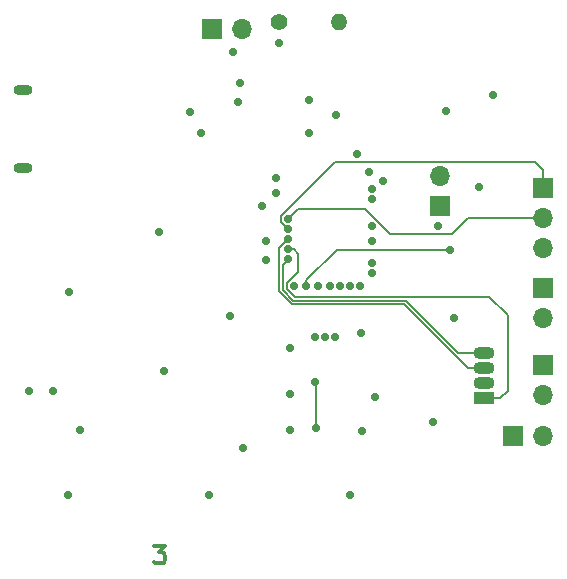
<source format=gbr>
G04 #@! TF.FileFunction,Copper,L3,Inr,Signal*
%FSLAX46Y46*%
G04 Gerber Fmt 4.6, Leading zero omitted, Abs format (unit mm)*
G04 Created by KiCad (PCBNEW 4.0.6) date 03/11/18 13:26:33*
%MOMM*%
%LPD*%
G01*
G04 APERTURE LIST*
%ADD10C,0.100000*%
%ADD11C,0.300000*%
%ADD12R,1.700000X1.700000*%
%ADD13O,1.700000X1.700000*%
%ADD14R,1.800000X1.070000*%
%ADD15O,1.800000X1.070000*%
%ADD16O,1.600000X0.900000*%
%ADD17C,1.400000*%
%ADD18O,1.400000X1.400000*%
%ADD19C,0.700000*%
%ADD20C,0.152400*%
G04 APERTURE END LIST*
D10*
D11*
X79600001Y-104778571D02*
X80528572Y-104778571D01*
X80028572Y-105350000D01*
X80242858Y-105350000D01*
X80385715Y-105421429D01*
X80457144Y-105492857D01*
X80528572Y-105635714D01*
X80528572Y-105992857D01*
X80457144Y-106135714D01*
X80385715Y-106207143D01*
X80242858Y-106278571D01*
X79814286Y-106278571D01*
X79671429Y-106207143D01*
X79600001Y-106135714D01*
D12*
X84500000Y-61000000D03*
D13*
X87040000Y-61000000D03*
D14*
X107500000Y-92270000D03*
D15*
X107500000Y-91000000D03*
X107500000Y-89730000D03*
X107500000Y-88460000D03*
D12*
X112500000Y-83000000D03*
D13*
X112500000Y-85540000D03*
D12*
X112500000Y-89460000D03*
D13*
X112500000Y-92000000D03*
D12*
X110000000Y-95500000D03*
D13*
X112540000Y-95500000D03*
D16*
X68475000Y-66200000D03*
X68475000Y-72800000D03*
D12*
X103800000Y-76040000D03*
D13*
X103800000Y-73500000D03*
D12*
X112500000Y-74500000D03*
D13*
X112500000Y-77040000D03*
X112500000Y-79580000D03*
D17*
X90150000Y-60400000D03*
D18*
X95230000Y-60400000D03*
D19*
X92710000Y-67056000D03*
X92710000Y-69850000D03*
X83566000Y-69850000D03*
X86225000Y-63000000D03*
X82625000Y-68075000D03*
X80400000Y-89950000D03*
X91050000Y-95000000D03*
X89916000Y-74930000D03*
X89916000Y-73660000D03*
X96200000Y-100500000D03*
X84200000Y-100500000D03*
X72300000Y-100500000D03*
X71000000Y-91700000D03*
X69000000Y-91700000D03*
X86029602Y-85368580D03*
X91100000Y-91900000D03*
X91100000Y-88000000D03*
X97100000Y-86800000D03*
X103200000Y-94300000D03*
X105000000Y-85500000D03*
X107100000Y-74400000D03*
X104300000Y-68000000D03*
X108300000Y-66600000D03*
X90932000Y-77960791D03*
X97200000Y-95050000D03*
X91440000Y-82804000D03*
X97810000Y-73180000D03*
X73290000Y-94950000D03*
X87110000Y-96520000D03*
X98950000Y-73920000D03*
X90932000Y-79665597D03*
X90932000Y-78813194D03*
X90932000Y-80518000D03*
X72390000Y-83312000D03*
X80010000Y-78232000D03*
X89075000Y-79000000D03*
X103632000Y-77724000D03*
X98044000Y-77724000D03*
X89080000Y-80620000D03*
X98044000Y-78994000D03*
X90125000Y-62175000D03*
X86875000Y-65600000D03*
X96774000Y-71628000D03*
X97028000Y-82804000D03*
X88700000Y-76025000D03*
X93472000Y-82804000D03*
X94996000Y-68326000D03*
X98044000Y-74585597D03*
X93250000Y-94850000D03*
X93218000Y-90932000D03*
X94470791Y-82804000D03*
X93218000Y-87122000D03*
X95323194Y-82804000D03*
X98044000Y-75438000D03*
X86673768Y-67173031D03*
X104625000Y-79700000D03*
X92456000Y-82804000D03*
X94070403Y-87122000D03*
X96175597Y-82804000D03*
X98300000Y-92150000D03*
X98044000Y-81714806D03*
X90932000Y-77108388D03*
X94922806Y-87122000D03*
X98044000Y-80862403D03*
D20*
X111800000Y-72250000D02*
X112500000Y-72950000D01*
X112500000Y-72950000D02*
X112500000Y-74500000D01*
X94934058Y-72250000D02*
X111800000Y-72250000D01*
X90932000Y-77960791D02*
X90353399Y-77382190D01*
X90353399Y-77382190D02*
X90353399Y-76830659D01*
X90353399Y-76830659D02*
X94934058Y-72250000D01*
X90932000Y-79665597D02*
X91426974Y-79665597D01*
X90861399Y-83081729D02*
X91504670Y-83725000D01*
X91426974Y-79665597D02*
X91800000Y-80038623D01*
X91800000Y-80038623D02*
X91800000Y-81587670D01*
X91800000Y-81587670D02*
X90861399Y-82526271D01*
X108905000Y-92270000D02*
X107500000Y-92270000D01*
X90861399Y-82526271D02*
X90861399Y-83081729D01*
X91504670Y-83725000D02*
X107950000Y-83725000D01*
X107950000Y-83725000D02*
X109500000Y-85275000D01*
X109500000Y-85275000D02*
X109500000Y-91675000D01*
X109500000Y-91675000D02*
X108905000Y-92270000D01*
X91252158Y-84334620D02*
X100778554Y-84334620D01*
X100778554Y-84334620D02*
X106173934Y-89730000D01*
X106173934Y-89730000D02*
X107500000Y-89730000D01*
X90932000Y-78813194D02*
X90145190Y-79600004D01*
X90145190Y-79600004D02*
X90145191Y-83227653D01*
X90145191Y-83227653D02*
X91252158Y-84334620D01*
X100904810Y-84029810D02*
X105335000Y-88460000D01*
X105335000Y-88460000D02*
X107500000Y-88460000D01*
X91378414Y-84029810D02*
X100904810Y-84029810D01*
X90932000Y-80518000D02*
X90450000Y-81000000D01*
X90450000Y-81000000D02*
X90450000Y-83101396D01*
X90450000Y-83101396D02*
X91378414Y-84029810D01*
X93250000Y-94850000D02*
X93250000Y-90964000D01*
X93250000Y-90964000D02*
X93218000Y-90932000D01*
X95065026Y-79700000D02*
X104625000Y-79700000D01*
X92456000Y-82804000D02*
X92456000Y-82309026D01*
X92456000Y-82309026D02*
X95065026Y-79700000D01*
X112500000Y-77040000D02*
X106135000Y-77040000D01*
X104775000Y-78400000D02*
X99576330Y-78400000D01*
X106135000Y-77040000D02*
X104775000Y-78400000D01*
X91751319Y-76289069D02*
X90932000Y-77108388D01*
X99576330Y-78400000D02*
X97465399Y-76289069D01*
X97465399Y-76289069D02*
X91751319Y-76289069D01*
M02*

</source>
